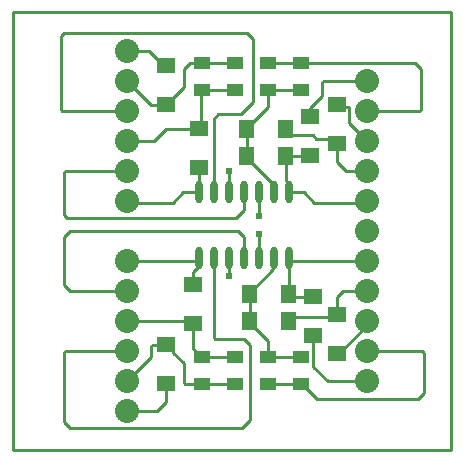
<source format=gtl>
G04*
G04 #@! TF.GenerationSoftware,Altium Limited,Altium Designer,24.4.1 (13)*
G04*
G04 Layer_Physical_Order=1*
G04 Layer_Color=255*
%FSLAX44Y44*%
%MOMM*%
G71*
G04*
G04 #@! TF.SameCoordinates,2922DF7C-8C4A-4011-8C8A-4044ECCBD14D*
G04*
G04*
G04 #@! TF.FilePolarity,Positive*
G04*
G01*
G75*
%ADD11C,0.2540*%
G04:AMPARAMS|DCode=17|XSize=1.27mm|YSize=1.6002mm|CornerRadius=0.0064mm|HoleSize=0mm|Usage=FLASHONLY|Rotation=270.000|XOffset=0mm|YOffset=0mm|HoleType=Round|Shape=RoundedRectangle|*
%AMROUNDEDRECTD17*
21,1,1.2700,1.5875,0,0,270.0*
21,1,1.2573,1.6002,0,0,270.0*
1,1,0.0127,-0.7938,-0.6287*
1,1,0.0127,-0.7938,0.6287*
1,1,0.0127,0.7938,0.6287*
1,1,0.0127,0.7938,-0.6287*
%
%ADD17ROUNDEDRECTD17*%
G04:AMPARAMS|DCode=18|XSize=1.0922mm|YSize=1.2954mm|CornerRadius=0.0055mm|HoleSize=0mm|Usage=FLASHONLY|Rotation=270.000|XOffset=0mm|YOffset=0mm|HoleType=Round|Shape=RoundedRectangle|*
%AMROUNDEDRECTD18*
21,1,1.0922,1.2845,0,0,270.0*
21,1,1.0813,1.2954,0,0,270.0*
1,1,0.0109,-0.6422,-0.5406*
1,1,0.0109,-0.6422,0.5406*
1,1,0.0109,0.6422,0.5406*
1,1,0.0109,0.6422,-0.5406*
%
%ADD18ROUNDEDRECTD18*%
G04:AMPARAMS|DCode=19|XSize=1.27mm|YSize=1.6002mm|CornerRadius=0.0064mm|HoleSize=0mm|Usage=FLASHONLY|Rotation=0.000|XOffset=0mm|YOffset=0mm|HoleType=Round|Shape=RoundedRectangle|*
%AMROUNDEDRECTD19*
21,1,1.2700,1.5875,0,0,0.0*
21,1,1.2573,1.6002,0,0,0.0*
1,1,0.0127,0.6287,-0.7938*
1,1,0.0127,-0.6287,-0.7938*
1,1,0.0127,-0.6287,0.7938*
1,1,0.0127,0.6287,0.7938*
%
%ADD19ROUNDEDRECTD19*%
%ADD20O,0.6096X1.8796*%
%ADD21C,2.0320*%
%ADD22C,0.6096*%
D11*
X370840D01*
X0Y370840D02*
X370840D01*
Y0D02*
Y370840D01*
X0Y0D02*
Y370840D01*
X182880Y147320D02*
Y162560D01*
Y218440D02*
Y236220D01*
X208280Y198120D02*
Y218440D01*
Y162560D02*
Y182880D01*
X209242D01*
X195580Y93980D02*
X200660Y88900D01*
Y25400D02*
Y88900D01*
X171668Y93980D02*
X195580D01*
X200660Y133731D02*
X220300Y153371D01*
Y161880D01*
X200660Y132080D02*
Y133731D01*
X220300Y161880D02*
X220980Y162560D01*
X200660Y109220D02*
Y132080D01*
X157480Y161663D02*
Y162560D01*
Y156210D02*
Y161663D01*
X152400Y151130D02*
X157480Y156210D01*
X152400Y139700D02*
Y151130D01*
X237045Y112585D02*
X272605D01*
X274320Y114300D01*
X233680Y109220D02*
X237045Y112585D01*
X254000Y85874D02*
Y96520D01*
X254127Y70993D02*
X266700Y58420D01*
X254000Y85874D02*
X254127Y85747D01*
Y70993D02*
Y85747D01*
X266700Y58420D02*
X299720D01*
X235776Y129985D02*
X253556D01*
X254000Y129540D01*
X233680Y132080D02*
X235776Y129985D01*
X233680Y161663D02*
Y162560D01*
Y132080D02*
Y161663D01*
X200660Y107569D02*
X215900Y92329D01*
X200660Y107569D02*
Y109220D01*
X215900Y78740D02*
Y92329D01*
Y78740D02*
X243840D01*
X215900Y55880D02*
X243840D01*
X244856D02*
X257556Y43180D01*
X243840Y55880D02*
X244856D01*
X257556Y43180D02*
X342900D01*
X347980Y48260D01*
Y82332D01*
X299720Y83820D02*
X346492D01*
X347980Y82332D01*
X275971Y81280D02*
X299720Y105029D01*
Y109220D01*
X274320Y81280D02*
X275971D01*
X274320Y114300D02*
Y129540D01*
X279400Y134620D01*
X299720D01*
X233680Y161663D02*
X235323Y160020D01*
X299720D01*
X233680Y218440D02*
X246380D01*
X255190Y209630D01*
X298530D01*
X299720Y210820D01*
X236220Y266700D02*
X254000D01*
X231140Y271780D02*
X236220Y266700D01*
X256604Y264097D02*
X269303D01*
X254000Y266700D02*
X256604Y264097D01*
X269303D02*
X274320Y259080D01*
Y243840D02*
Y259080D01*
X281940Y236220D02*
X299720D01*
X274320Y243840D02*
X281940Y236220D01*
X274320Y292100D02*
X275808Y290612D01*
X284480Y276860D02*
Y290612D01*
X275808D02*
X284480D01*
Y276860D02*
X299720Y261620D01*
X251460Y281940D02*
Y289560D01*
X261620Y299720D01*
X263108Y312420D02*
X299720D01*
X261620Y310932D02*
X263108Y312420D01*
X261620Y299720D02*
Y310932D01*
X299720Y287020D02*
X343952D01*
X345440Y288508D01*
Y322580D01*
X340360Y327660D02*
X345440Y322580D01*
X243840Y327660D02*
X340360D01*
X231140Y248920D02*
X251460D01*
X233680Y218440D02*
Y225752D01*
X231140Y228292D02*
Y248920D01*
Y228292D02*
X233680Y225752D01*
X198120Y247269D02*
Y248920D01*
Y247269D02*
X220980Y224409D01*
Y218440D02*
Y224409D01*
X198120Y248920D02*
Y271780D01*
Y273431D02*
X215900Y291211D01*
Y304800D01*
X198120Y271780D02*
Y273431D01*
X215900Y304800D02*
X243840D01*
X215900Y327660D02*
X243840D01*
X154813Y82931D02*
Y83947D01*
X152400Y86360D02*
X154813Y83947D01*
X152400Y86360D02*
Y106680D01*
X159004Y78740D02*
X160020D01*
X154813Y82931D02*
X159004Y78740D01*
X144780Y57368D02*
Y73660D01*
X146268Y55880D02*
X160020D01*
X144780Y57368D02*
X146268Y55880D01*
X136271Y82169D02*
Y83820D01*
Y82169D02*
X144780Y73660D01*
X129540Y88900D02*
X131191D01*
X136271Y83820D01*
X160020Y78740D02*
X187960D01*
X160020Y55880D02*
X187960D01*
X170180Y95468D02*
Y162560D01*
Y95468D02*
X171668Y93980D01*
X194310Y19050D02*
X200660Y25400D01*
X48478Y19050D02*
X194310D01*
X43180Y24348D02*
X48478Y19050D01*
X43180Y24348D02*
Y82332D01*
X44668Y83820D02*
X96520D01*
X43180Y82332D02*
X44668Y83820D01*
X118328Y88900D02*
X129540D01*
X116840Y87412D02*
X118328Y88900D01*
X116840Y78740D02*
Y87412D01*
X96520Y58420D02*
X116840Y78740D01*
X129540Y40640D02*
Y55880D01*
X121920Y33020D02*
X129540Y40640D01*
X96520Y33020D02*
X121920D01*
X149860Y109220D02*
X152400Y106680D01*
X96520Y109220D02*
X149860D01*
X155837Y160020D02*
X157480Y161663D01*
X96520Y160020D02*
X155837D01*
X144539Y218440D02*
X157480D01*
X96520Y210820D02*
X97710Y209630D01*
X135729D01*
X144539Y218440D01*
X43180Y180340D02*
X48260Y185420D01*
X43180Y139700D02*
Y180340D01*
X195580Y162560D02*
Y180340D01*
X48260Y185420D02*
X190500D01*
X195580Y180340D01*
X43180Y139700D02*
X48260Y134620D01*
X96520D01*
X195580Y203200D02*
Y218440D01*
X189230Y196850D02*
X195580Y203200D01*
X45938Y196850D02*
X189230D01*
X43180Y199608D02*
X45938Y196850D01*
X43180Y199608D02*
Y234732D01*
X44668Y236220D01*
X96520D01*
X170180Y218440D02*
Y280452D01*
X174208Y284480D02*
X193040D01*
X170180Y280452D02*
X174208Y284480D01*
X193040D02*
X203200Y294640D01*
Y347980D01*
X198120Y353060D02*
X203200Y347980D01*
X40640Y350520D02*
X43180Y353060D01*
X198120D01*
X40640Y288508D02*
Y350520D01*
X42128Y287020D02*
X96520D01*
X40640Y288508D02*
X42128Y287020D01*
X119380Y261620D02*
X129540Y271780D01*
X96520Y261620D02*
X119380D01*
X129540Y271780D02*
X157480D01*
X159508Y273808D01*
Y304288D01*
X144780Y322580D02*
X149860Y327660D01*
X144780Y307340D02*
Y322580D01*
X157480Y218440D02*
Y238760D01*
X159508Y304288D02*
X160020Y304800D01*
X187960D01*
X160020Y327660D02*
X187960D01*
X149860D02*
X160020D01*
X129540Y292100D02*
X131191D01*
X136271Y297180D01*
Y298831D01*
X144780Y307340D01*
X96520Y312420D02*
X116840Y292100D01*
X129540D01*
X127889Y325120D02*
X129540D01*
X96520Y337820D02*
X115189D01*
X127889Y325120D01*
D17*
X157480Y238760D02*
D03*
Y271780D02*
D03*
X129540Y292100D02*
D03*
Y325120D02*
D03*
X254000Y129540D02*
D03*
Y96520D02*
D03*
X274320Y81280D02*
D03*
Y114300D02*
D03*
X251460Y248920D02*
D03*
Y281940D02*
D03*
X274320Y292100D02*
D03*
Y259080D02*
D03*
X129540Y88900D02*
D03*
Y55880D02*
D03*
X152400Y139700D02*
D03*
Y106680D02*
D03*
D18*
X160020Y327660D02*
D03*
Y304800D02*
D03*
X187960Y327660D02*
D03*
Y304800D02*
D03*
X160020Y55880D02*
D03*
Y78740D02*
D03*
X187960Y55880D02*
D03*
Y78740D02*
D03*
X215900D02*
D03*
Y55880D02*
D03*
X243840Y78740D02*
D03*
Y55880D02*
D03*
Y304800D02*
D03*
Y327660D02*
D03*
X215900Y304800D02*
D03*
Y327660D02*
D03*
D19*
X233680Y132080D02*
D03*
X200660D02*
D03*
Y109220D02*
D03*
X233680D02*
D03*
X231140Y248920D02*
D03*
X198120D02*
D03*
Y271780D02*
D03*
X231140D02*
D03*
D20*
X233680Y162560D02*
D03*
X220980D02*
D03*
X208280D02*
D03*
X195580D02*
D03*
X182880D02*
D03*
X170180D02*
D03*
X157480D02*
D03*
Y218440D02*
D03*
X170180D02*
D03*
X182880D02*
D03*
X195580D02*
D03*
X208280D02*
D03*
X220980D02*
D03*
X233680D02*
D03*
D21*
X96520Y33020D02*
D03*
X299720Y58420D02*
D03*
X96520D02*
D03*
X299720Y83820D02*
D03*
X96520D02*
D03*
X299720Y109220D02*
D03*
X96520D02*
D03*
X299720Y134620D02*
D03*
X96520D02*
D03*
X299720Y160020D02*
D03*
X96520D02*
D03*
X299720Y185420D02*
D03*
X96520Y210820D02*
D03*
X299720D02*
D03*
X96520Y236220D02*
D03*
X299720D02*
D03*
X96520Y261620D02*
D03*
X299720D02*
D03*
X96520Y287020D02*
D03*
X299720D02*
D03*
X96520Y312420D02*
D03*
X299720D02*
D03*
X96520Y337820D02*
D03*
D22*
X182880Y147320D02*
D03*
Y236220D02*
D03*
X208280Y198120D02*
D03*
Y182880D02*
D03*
M02*

</source>
